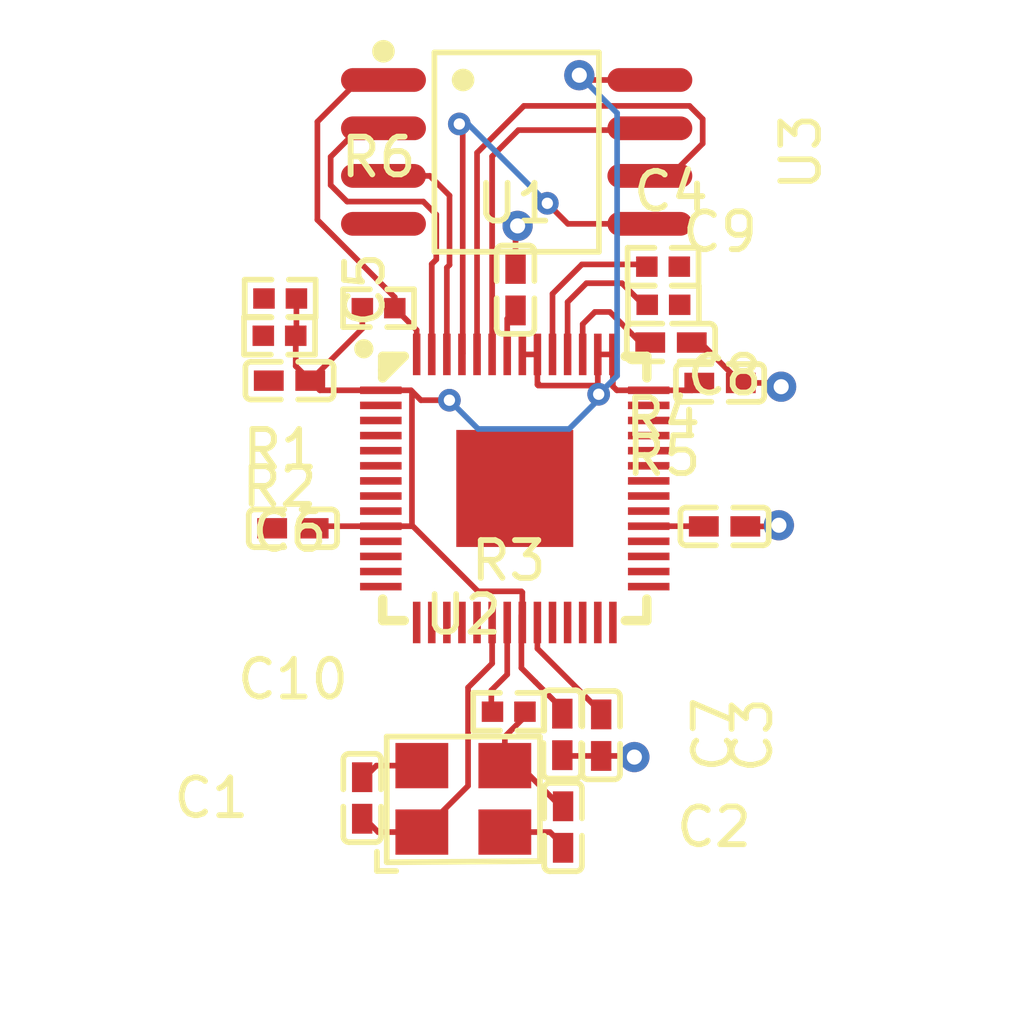
<source format=kicad_pcb>
(kicad_pcb (version 20241229) (generator "pcbnew") (generator_version "9.0")
  (layers (0 "F.Cu" signal) (2 "B.Cu" signal) (13 "F.Paste" user) (15 "B.Paste" user) (5 "F.SilkS" user "F.Silkscreen") (7 "B.SilkS" user "B.Silkscreen") (1 "F.Mask" user) (3 "B.Mask" user) (25 "Edge.Cuts" user))
  (net 0 "")
  (net 1 "boot_btn-input")
  (net 2 "do")
  (net 3 "io2")
  (net 4 "io3")
  (net 5 "gpio10")
  (net 6 "di")
  (net 7 "output")
  (net 8 "reset_btn-input")
  (net 9 "spi_cs")
  (net 10 "gpio4")
  (net 11 "out")
  (net 12 "input")
  (net 13 "gpio0")
  (net 14 "gpio1")
  (net 15 "gpio2")
  (net 16 "gpio3")
  (net 17 "gpio5")
  (net 18 "gpio20")
  (net 19 "gpio6")
  (net 20 "spi1_cs")
  (net 21 "gpio8")
  (net 22 "gpio21")
  (net 23 "sclk")
  (net 24 "gpio11")
  (net 25 "gpio12")
  (net 26 "gpio13")
  (net 27 "gpio14")
  (net 28 "gpio15")
  (net 29 "swclk")
  (net 30 "swdio")
  (net 31 "gpio16")
  (net 32 "gpio17")
  (net 33 "gpio18")
  (net 34 "gpio19")
  (net 35 "gpio22")
  (net 36 "gpio23")
  (net 37 "gpio24")
  (net 38 "gpio25")
  (net 39 "gpio26_a0")
  (net 40 "gpio27_a1")
  (net 41 "gpio28_a2")
  (net 42 "gpio29_a3")
  (net 43 "run")
  (net 44 "hv")
  (net 45 "dvdd")
  (net 46 "line-1")
  (net 47 "usb_dm")
  (net 48 "gnd")
  (net 49 "line")
  (net 50 "usb_dp")
  (net 51 "cs")
  (footprint "atopile:C0402-b3ef17" (layer "F.Cu") (at 152.420099 84.643259 -90)
    (property "Reference" "C2" (at 0 -4 0) (layer "F.SilkS"))
    (property "Value" "20pF ±5% 50V C0G")
    (fp_line (start -0.23 0.5) (end -1.02 0.5) (stroke (width 0.15)) (layer "F.SilkS"))
    (fp_line (start 0.23 0.5) (end 1.02 0.5) (stroke (width 0.15)) (layer "F.SilkS"))
    (fp_line (start -1.17 0.35) (end -1.17 -0.35) (stroke (width 0.15)) (layer "F.SilkS"))
    (fp_line (start 1.17 0.35) (end 1.17 -0.35) (stroke (width 0.15)) (layer "F.SilkS"))
    (fp_line (start -1.02 -0.5) (end -0.23 -0.5) (stroke (width 0.15)) (layer "F.SilkS"))
    (fp_line (start 1.02 -0.5) (end 0.23 -0.5) (stroke (width 0.15)) (layer "F.SilkS"))
    (fp_arc (start -1.02 0.5) (mid -1.126066 0.456066) (end -1.17 0.35) (stroke (width 0.15)) (layer "F.SilkS"))
    (fp_arc (start 1.17 0.35) (mid 1.126066 0.456066) (end 1.02 0.5) (stroke (width 0.15)) (layer "F.SilkS"))
    (fp_arc (start -1.17 -0.35) (mid -1.126066 -0.456066) (end -1.02 -0.5) (stroke (width 0.15)) (layer "F.SilkS"))
    (fp_arc (start 1.02 -0.5) (mid 1.126066 -0.456066) (end 1.17 -0.35) (stroke (width 0.15)) (layer "F.SilkS"))
    (fp_text user "${REFERENCE}" (at 0 -4 0) (layer "F.SilkS"))
    (pad "1" smd rect (at -0.55 0 270) (size 0.79 0.54) (layers "F.Cu" "F.Mask" "F.Paste") (net 11 "out"))
    (pad "2" smd rect (at 0.55 0 270) (size 0.79 0.54) (layers "F.Cu" "F.Mask" "F.Paste") (net 48 "gnd"))
  )
  (footprint "atopile:C0402-b3ef17" (layer "F.Cu") (at 147.095978 83.87333 90)
    (property "Reference" "C1" (at 0 -4 0) (layer "F.SilkS"))
    (property "Value" "20pF ±5% 50V C0G")
    (fp_line (start 1.02 -0.5) (end 0.23 -0.5) (stroke (width 0.15)) (layer "F.SilkS"))
    (fp_line (start -1.02 -0.5) (end -0.23 -0.5) (stroke (width 0.15)) (layer "F.SilkS"))
    (fp_line (start 1.17 0.35) (end 1.17 -0.35) (stroke (width 0.15)) (layer "F.SilkS"))
    (fp_line (start -1.17 0.35) (end -1.17 -0.35) (stroke (width 0.15)) (layer "F.SilkS"))
    (fp_line (start 0.23 0.5) (end 1.02 0.5) (stroke (width 0.15)) (layer "F.SilkS"))
    (fp_line (start -0.23 0.5) (end -1.02 0.5) (stroke (width 0.15)) (layer "F.SilkS"))
    (fp_arc (start 1.02 -0.5) (mid 1.126066 -0.456066) (end 1.17 -0.35) (stroke (width 0.15)) (layer "F.SilkS"))
    (fp_arc (start -1.17 -0.35) (mid -1.126066 -0.456066) (end -1.02 -0.5) (stroke (width 0.15)) (layer "F.SilkS"))
    (fp_arc (start 1.17 0.35) (mid 1.126066 0.456066) (end 1.02 0.5) (stroke (width 0.15)) (layer "F.SilkS"))
    (fp_arc (start -1.02 0.5) (mid -1.126066 0.456066) (end -1.17 0.35) (stroke (width 0.15)) (layer "F.SilkS"))
    (fp_text user "${REFERENCE}" (at 0 -4 0) (layer "F.SilkS"))
    (pad "1" smd rect (at -0.55 0 90) (size 0.79 0.54) (layers "F.Cu" "F.Mask" "F.Paste") (net 12 "input"))
    (pad "2" smd rect (at 0.55 0 90) (size 0.79 0.54) (layers "F.Cu" "F.Mask" "F.Paste") (net 48 "gnd"))
  )
  (footprint "atopile:C0402-b3ef17" (layer "F.Cu") (at 156.7 76.68)
    (property "Reference" "C8" (at 0 -4 0) (layer "F.SilkS"))
    (property "Value" "1µF ±10% 25V X5R")
    (fp_line (start -1.17 0.35) (end -1.17 -0.35) (stroke (width 0.15)) (layer "F.SilkS"))
    (fp_line (start -1.02 -0.5) (end -0.23 -0.5) (stroke (width 0.15)) (layer "F.SilkS"))
    (fp_line (start -0.23 0.5) (end -1.02 0.5) (stroke (width 0.15)) (layer "F.SilkS"))
    (fp_line (start 0.23 0.5) (end 1.02 0.5) (stroke (width 0.15)) (layer "F.SilkS"))
    (fp_line (start 1.02 -0.5) (end 0.23 -0.5) (stroke (width 0.15)) (layer "F.SilkS"))
    (fp_line (start 1.17 0.35) (end 1.17 -0.35) (stroke (width 0.15)) (layer "F.SilkS"))
    (fp_arc (start -1.17 -0.35) (mid -1.126066 -0.456066) (end -1.02 -0.5) (stroke (width 0.15)) (layer "F.SilkS"))
    (fp_arc (start -1.02 0.5) (mid -1.126066 0.456066) (end -1.17 0.35) (stroke (width 0.15)) (layer "F.SilkS"))
    (fp_arc (start 1.02 -0.5) (mid 1.126066 -0.456066) (end 1.17 -0.35) (stroke (width 0.15)) (layer "F.SilkS"))
    (fp_arc (start 1.17 0.35) (mid 1.126066 0.456066) (end 1.02 0.5) (stroke (width 0.15)) (layer "F.SilkS"))
    (fp_text user "${REFERENCE}" (at 0 -4 0) (layer "F.SilkS"))
    (pad "1" smd rect (at -0.55 0) (size 0.79 0.54) (layers "F.Cu" "F.Mask" "F.Paste") (net 44 "hv"))
    (pad "2" smd rect (at 0.55 0) (size 0.79 0.54) (layers "F.Cu" "F.Mask" "F.Paste") (net 48 "gnd"))
  )
  (footprint "atopile:C0402-b3ef17" (layer "F.Cu") (at 156.58 72.88)
    (property "Reference" "C9" (at 0 -4 0) (layer "F.SilkS"))
    (property "Value" "1µF ±10% 25V X5R")
    (fp_line (start -1.17 0.35) (end -1.17 -0.35) (stroke (width 0.15)) (layer "F.SilkS"))
    (fp_line (start -1.02 -0.5) (end -0.23 -0.5) (stroke (width 0.15)) (layer "F.SilkS"))
    (fp_line (start -0.23 0.5) (end -1.02 0.5) (stroke (width 0.15)) (layer "F.SilkS"))
    (fp_line (start 0.23 0.5) (end 1.02 0.5) (stroke (width 0.15)) (layer "F.SilkS"))
    (fp_line (start 1.02 -0.5) (end 0.23 -0.5) (stroke (width 0.15)) (layer "F.SilkS"))
    (fp_line (start 1.17 0.35) (end 1.17 -0.35) (stroke (width 0.15)) (layer "F.SilkS"))
    (fp_arc (start -1.17 -0.35) (mid -1.126066 -0.456066) (end -1.02 -0.5) (stroke (width 0.15)) (layer "F.SilkS"))
    (fp_arc (start -1.02 0.5) (mid -1.126066 0.456066) (end -1.17 0.35) (stroke (width 0.15)) (layer "F.SilkS"))
    (fp_arc (start 1.02 -0.5) (mid 1.126066 -0.456066) (end 1.17 -0.35) (stroke (width 0.15)) (layer "F.SilkS"))
    (fp_arc (start 1.17 0.35) (mid 1.126066 0.456066) (end 1.02 0.5) (stroke (width 0.15)) (layer "F.SilkS"))
    (fp_text user "${REFERENCE}" (at 0 -4 0) (layer "F.SilkS"))
    (pad "1" smd rect (at -0.55 0) (size 0.79 0.54) (layers "F.Cu" "F.Mask" "F.Paste") (net 44 "hv"))
    (pad "2" smd rect (at 0.55 0) (size 0.79 0.54) (layers "F.Cu" "F.Mask" "F.Paste") (net 48 "gnd"))
  )
  (footprint "atopile:C0402-b3ef17" (layer "F.Cu") (at 151.16 70.41 90)
    (property "Reference" "C5" (at 0 -4 90) (layer "F.SilkS"))
    (property "Value" "1µF ±10% 25V X5R")
    (fp_line (start 1.02 -0.5) (end 0.23 -0.5) (stroke (width 0.15)) (layer "F.SilkS"))
    (fp_line (start -1.02 -0.5) (end -0.23 -0.5) (stroke (width 0.15)) (layer "F.SilkS"))
    (fp_line (start 1.17 0.35) (end 1.17 -0.35) (stroke (width 0.15)) (layer "F.SilkS"))
    (fp_line (start -1.17 0.35) (end -1.17 -0.35) (stroke (width 0.15)) (layer "F.SilkS"))
    (fp_line (start 0.23 0.5) (end 1.02 0.5) (stroke (width 0.15)) (layer "F.SilkS"))
    (fp_line (start -0.23 0.5) (end -1.02 0.5) (stroke (width 0.15)) (layer "F.SilkS"))
    (fp_arc (start 1.02 -0.5) (mid 1.126066 -0.456066) (end 1.17 -0.35) (stroke (width 0.15)) (layer "F.SilkS"))
    (fp_arc (start -1.17 -0.35) (mid -1.126066 -0.456066) (end -1.02 -0.5) (stroke (width 0.15)) (layer "F.SilkS"))
    (fp_arc (start 1.17 0.35) (mid 1.126066 0.456066) (end 1.02 0.5) (stroke (width 0.15)) (layer "F.SilkS"))
    (fp_arc (start -1.02 0.5) (mid -1.126066 0.456066) (end -1.17 0.35) (stroke (width 0.15)) (layer "F.SilkS"))
    (fp_text user "${REFERENCE}" (at 0 -4 90) (layer "F.SilkS"))
    (pad "1" smd rect (at -0.55 0 90) (size 0.79 0.54) (layers "F.Cu" "F.Mask" "F.Paste") (net 45 "dvdd"))
    (pad "2" smd rect (at 0.55 0 90) (size 0.79 0.54) (layers "F.Cu" "F.Mask" "F.Paste") (net 48 "gnd"))
  )
  (footprint "atopile:R0402-56259e" (layer "F.Cu") (at 144.922969 70.644128 180)
    (property "Reference" "R1" (at 0 -4 0) (layer "F.SilkS"))
    (property "Value" "10kΩ ±1% 62.5mW")
    (fp_line (start 0.94 0.5) (end 0.94 -0.5) (stroke (width 0.15)) (layer "F.SilkS"))
    (fp_line (start 0.94 -0.5) (end 0.23 -0.5) (stroke (width 0.15)) (layer "F.SilkS"))
    (fp_line (start 0.23 0.5) (end 0.94 0.5) (stroke (width 0.15)) (layer "F.SilkS"))
    (fp_line (start -0.23 0.5) (end -0.94 0.5) (stroke (width 0.15)) (layer "F.SilkS"))
    (fp_line (start -0.94 0.5) (end -0.94 -0.5) (stroke (width 0.15)) (layer "F.SilkS"))
    (fp_line (start -0.94 -0.5) (end -0.23 -0.5) (stroke (width 0.15)) (layer "F.SilkS"))
    (fp_text user "${REFERENCE}" (at 0 -4 0) (layer "F.SilkS"))
    (pad "1" smd rect (at -0.43 0 180) (size 0.57 0.54) (layers "F.Cu" "F.Mask" "F.Paste") (net 44 "hv"))
    (pad "2" smd rect (at 0.43 0 180) (size 0.57 0.54) (layers "F.Cu" "F.Mask" "F.Paste") (net 8 "reset_btn-input"))
  )
  (footprint "atopile:C0402-b3ef17" (layer "F.Cu") (at 152.4 82.19 -90)
    (property "Reference" "C7" (at 0 -4 90) (layer "F.SilkS"))
    (property "Value" "1µF ±10% 25V X5R")
    (fp_line (start -0.23 0.5) (end -1.02 0.5) (stroke (width 0.15)) (layer "F.SilkS"))
    (fp_line (start 0.23 0.5) (end 1.02 0.5) (stroke (width 0.15)) (layer "F.SilkS"))
    (fp_line (start -1.17 0.35) (end -1.17 -0.35) (stroke (width 0.15)) (layer "F.SilkS"))
    (fp_line (start 1.17 0.35) (end 1.17 -0.35) (stroke (width 0.15)) (layer "F.SilkS"))
    (fp_line (start -1.02 -0.5) (end -0.23 -0.5) (stroke (width 0.15)) (layer "F.SilkS"))
    (fp_line (start 1.02 -0.5) (end 0.23 -0.5) (stroke (width 0.15)) (layer "F.SilkS"))
    (fp_arc (start -1.02 0.5) (mid -1.126066 0.456066) (end -1.17 0.35) (stroke (width 0.15)) (layer "F.SilkS"))
    (fp_arc (start 1.17 0.35) (mid 1.126066 0.456066) (end 1.02 0.5) (stroke (width 0.15)) (layer "F.SilkS"))
    (fp_arc (start -1.17 -0.35) (mid -1.126066 -0.456066) (end -1.02 -0.5) (stroke (width 0.15)) (layer "F.SilkS"))
    (fp_arc (start 1.02 -0.5) (mid 1.126066 -0.456066) (end 1.17 -0.35) (stroke (width 0.15)) (layer "F.SilkS"))
    (fp_text user "${REFERENCE}" (at 0 -4 90) (layer "F.SilkS"))
    (pad "1" smd rect (at -0.55 0 270) (size 0.79 0.54) (layers "F.Cu" "F.Mask" "F.Paste") (net 44 "hv"))
    (pad "2" smd rect (at 0.55 0 270) (size 0.79 0.54) (layers "F.Cu" "F.Mask" "F.Paste") (net 48 "gnd"))
  )
  (footprint "atopile:C0402-b3ef17" (layer "F.Cu") (at 145.26 76.73 180)
    (property "Reference" "C10" (at 0 -4 0) (layer "F.SilkS"))
    (property "Value" "1µF ±10% 25V X5R")
    (fp_line (start 1.17 0.35) (end 1.17 -0.35) (stroke (width 0.15)) (layer "F.SilkS"))
    (fp_line (start 1.02 -0.5) (end 0.23 -0.5) (stroke (width 0.15)) (layer "F.SilkS"))
    (fp_line (start 0.23 0.5) (end 1.02 0.5) (stroke (width 0.15)) (layer "F.SilkS"))
    (fp_line (start -0.23 0.5) (end -1.02 0.5) (stroke (width 0.15)) (layer "F.SilkS"))
    (fp_line (start -1.02 -0.5) (end -0.23 -0.5) (stroke (width 0.15)) (layer "F.SilkS"))
    (fp_line (start -1.17 0.35) (end -1.17 -0.35) (stroke (width 0.15)) (layer "F.SilkS"))
    (fp_arc (start 1.17 0.35) (mid 1.126066 0.456066) (end 1.02 0.5) (stroke (width 0.15)) (layer "F.SilkS"))
    (fp_arc (start 1.02 -0.5) (mid 1.126066 -0.456066) (end 1.17 -0.35) (stroke (width 0.15)) (layer "F.SilkS"))
    (fp_arc (start -1.02 0.5) (mid -1.126066 0.456066) (end -1.17 0.35) (stroke (width 0.15)) (layer "F.SilkS"))
    (fp_arc (start -1.17 -0.35) (mid -1.126066 -0.456066) (end -1.02 -0.5) (stroke (width 0.15)) (layer "F.SilkS"))
    (fp_text user "${REFERENCE}" (at 0 -4 0) (layer "F.SilkS"))
    (pad "1" smd rect (at -0.55 0 180) (size 0.79 0.54) (layers "F.Cu" "F.Mask" "F.Paste") (net 44 "hv"))
    (pad "2" smd rect (at 0.55 0 180) (size 0.79 0.54) (layers "F.Cu" "F.Mask" "F.Paste") (net 48 "gnd"))
  )
  (footprint "atopile:R0402-56259e" (layer "F.Cu") (at 150.979061 81.588372)
    (property "Reference" "R3" (at 0 -4 0) (layer "F.SilkS"))
    (property "Value" "1kΩ ±1% 62.5mW")
    (fp_line (start -0.94 -0.5) (end -0.23 -0.5) (stroke (width 0.15)) (layer "F.SilkS"))
    (fp_line (start -0.94 0.5) (end -0.94 -0.5) (stroke (width 0.15)) (layer "F.SilkS"))
    (fp_line (start -0.23 0.5) (end -0.94 0.5) (stroke (width 0.15)) (layer "F.SilkS"))
    (fp_line (start 0.23 0.5) (end 0.94 0.5) (stroke (width 0.15)) (layer "F.SilkS"))
    (fp_line (start 0.94 -0.5) (end 0.23 -0.5) (stroke (width 0.15)) (layer "F.SilkS"))
    (fp_line (start 0.94 0.5) (end 0.94 -0.5) (stroke (width 0.15)) (layer "F.SilkS"))
    (fp_text user "${REFERENCE}" (at 0 -4 0) (layer "F.SilkS"))
    (pad "1" smd rect (at -0.43 0) (size 0.57 0.54) (layers "F.Cu" "F.Mask" "F.Paste") (net 7 "output"))
    (pad "2" smd rect (at 0.43 0) (size 0.57 0.54) (layers "F.Cu" "F.Mask" "F.Paste") (net 11 "out"))
  )
  (footprint "atopile:C0402-b3ef17" (layer "F.Cu") (at 155.28 71.81)
    (property "Reference" "C4" (at 0 -4 0) (layer "F.SilkS"))
    (property "Value" "1µF ±10% 25V X5R")
    (fp_line (start -1.17 0.35) (end -1.17 -0.35) (stroke (width 0.15)) (layer "F.SilkS"))
    (fp_line (start -1.02 -0.5) (end -0.23 -0.5) (stroke (width 0.15)) (layer "F.SilkS"))
    (fp_line (start -0.23 0.5) (end -1.02 0.5) (stroke (width 0.15)) (layer "F.SilkS"))
    (fp_line (start 0.23 0.5) (end 1.02 0.5) (stroke (width 0.15)) (layer "F.SilkS"))
    (fp_line (start 1.02 -0.5) (end 0.23 -0.5) (stroke (width 0.15)) (layer "F.SilkS"))
    (fp_line (start 1.17 0.35) (end 1.17 -0.35) (stroke (width 0.15)) (layer "F.SilkS"))
    (fp_arc (start -1.17 -0.35) (mid -1.126066 -0.456066) (end -1.02 -0.5) (stroke (width 0.15)) (layer "F.SilkS"))
    (fp_arc (start -1.02 0.5) (mid -1.126066 0.456066) (end -1.17 0.35) (stroke (width 0.15)) (layer "F.SilkS"))
    (fp_arc (start 1.02 -0.5) (mid 1.126066 -0.456066) (end 1.17 -0.35) (stroke (width 0.15)) (layer "F.SilkS"))
    (fp_arc (start 1.17 0.35) (mid 1.126066 0.456066) (end 1.02 0.5) (stroke (width 0.15)) (layer "F.SilkS"))
    (fp_text user "${REFERENCE}" (at 0 -4 0) (layer "F.SilkS"))
    (pad "1" smd rect (at -0.55 0) (size 0.79 0.54) (layers "F.Cu" "F.Mask" "F.Paste") (net 45 "dvdd"))
    (pad "2" smd rect (at 0.55 0) (size 0.79 0.54) (layers "F.Cu" "F.Mask" "F.Paste") (net 48 "gnd"))
  )
  (footprint "atopile:R0402-56259e" (layer "F.Cu") (at 155.08 70.81 180)
    (property "Reference" "R5" (at 0 -4 0) (layer "F.SilkS"))
    (property "Value" "27Ω ±1% 62.5mW")
    (fp_line (start 0.94 0.5) (end 0.94 -0.5) (stroke (width 0.15)) (layer "F.SilkS"))
    (fp_line (start 0.94 -0.5) (end 0.23 -0.5) (stroke (width 0.15)) (layer "F.SilkS"))
    (fp_line (start 0.23 0.5) (end 0.94 0.5) (stroke (width 0.15)) (layer "F.SilkS"))
    (fp_line (start -0.23 0.5) (end -0.94 0.5) (stroke (width 0.15)) (layer "F.SilkS"))
    (fp_line (start -0.94 0.5) (end -0.94 -0.5) (stroke (width 0.15)) (layer "F.SilkS"))
    (fp_line (start -0.94 -0.5) (end -0.23 -0.5) (stroke (width 0.15)) (layer "F.SilkS"))
    (fp_text user "${REFERENCE}" (at 0 -4 0) (layer "F.SilkS"))
    (pad "1" smd rect (at -0.43 0 180) (size 0.57 0.54) (layers "F.Cu" "F.Mask" "F.Paste") (net 46 "line-1"))
    (pad "2" smd rect (at 0.43 0 180) (size 0.57 0.54) (layers "F.Cu" "F.Mask" "F.Paste") (net 47 "usb_dm"))
  )
  (footprint "atopile:C0402-b3ef17" (layer "F.Cu") (at 145.17 72.82 180)
    (property "Reference" "C6" (at 0 -4 0) (layer "F.SilkS"))
    (property "Value" "1µF ±10% 25V X5R")
    (fp_line (start 1.17 0.35) (end 1.17 -0.35) (stroke (width 0.15)) (layer "F.SilkS"))
    (fp_line (start 1.02 -0.5) (end 0.23 -0.5) (stroke (width 0.15)) (layer "F.SilkS"))
    (fp_line (start 0.23 0.5) (end 1.02 0.5) (stroke (width 0.15)) (layer "F.SilkS"))
    (fp_line (start -0.23 0.5) (end -1.02 0.5) (stroke (width 0.15)) (layer "F.SilkS"))
    (fp_line (start -1.02 -0.5) (end -0.23 -0.5) (stroke (width 0.15)) (layer "F.SilkS"))
    (fp_line (start -1.17 0.35) (end -1.17 -0.35) (stroke (width 0.15)) (layer "F.SilkS"))
    (fp_arc (start 1.17 0.35) (mid 1.126066 0.456066) (end 1.02 0.5) (stroke (width 0.15)) (layer "F.SilkS"))
    (fp_arc (start 1.02 -0.5) (mid 1.126066 -0.456066) (end 1.17 -0.35) (stroke (width 0.15)) (layer "F.SilkS"))
    (fp_arc (start -1.02 0.5) (mid -1.126066 0.456066) (end -1.17 0.35) (stroke (width 0.15)) (layer "F.SilkS"))
    (fp_arc (start -1.17 -0.35) (mid -1.126066 -0.456066) (end -1.02 -0.5) (stroke (width 0.15)) (layer "F.SilkS"))
    (fp_text user "${REFERENCE}" (at 0 -4 0) (layer "F.SilkS"))
    (pad "1" smd rect (at -0.55 0 180) (size 0.79 0.54) (layers "F.Cu" "F.Mask" "F.Paste") (net 44 "hv"))
    (pad "2" smd rect (at 0.55 0 180) (size 0.79 0.54) (layers "F.Cu" "F.Mask" "F.Paste") (net 48 "gnd"))
  )
  (footprint "atopile:R0402-56259e" (layer "F.Cu") (at 147.53 70.9)
    (property "Reference" "R6" (at 0 -4 0) (layer "F.SilkS"))
    (property "Value" "10kΩ ±1% 62.5mW")
    (fp_line (start -0.94 -0.5) (end -0.23 -0.5) (stroke (width 0.15)) (layer "F.SilkS"))
    (fp_line (start -0.94 0.5) (end -0.94 -0.5) (stroke (width 0.15)) (layer "F.SilkS"))
    (fp_line (start -0.23 0.5) (end -0.94 0.5) (stroke (width 0.15)) (layer "F.SilkS"))
    (fp_line (start 0.23 0.5) (end 0.94 0.5) (stroke (width 0.15)) (layer "F.SilkS"))
    (fp_line (start 0.94 -0.5) (end 0.23 -0.5) (stroke (width 0.15)) (layer "F.SilkS"))
    (fp_line (start 0.94 0.5) (end 0.94 -0.5) (stroke (width 0.15)) (layer "F.SilkS"))
    (fp_text user "${REFERENCE}" (at 0 -4 0) (layer "F.SilkS"))
    (pad "1" smd rect (at -0.43 0) (size 0.57 0.54) (layers "F.Cu" "F.Mask" "F.Paste") (net 44 "hv"))
    (pad "2" smd rect (at 0.43 0) (size 0.57 0.54) (layers "F.Cu" "F.Mask" "F.Paste") (net 51 "cs"))
  )
  (footprint "lib:OSC-SMD_4P-L3.2-W2.5-BL" (layer "F.Cu") (at 149.777034 83.896559)
    (property "Reference" "U2" (at 0 -4.88 0) (layer "F.SilkS"))
    (property "Value" "")
    (fp_line (start -2.29 1.4) (end -2.29 1.91) (stroke (width 0.15)) (layer "F.SilkS"))
    (fp_line (start -2.29 1.91) (end -1.78 1.91) (stroke (width 0.15)) (layer "F.SilkS"))
    (fp_line (start -2.03 -1.65) (end 2.03 -1.65) (stroke (width 0.15)) (layer "F.SilkS"))
    (fp_line (start -2.03 1.68) (end -2.03 -1.65) (stroke (width 0.15)) (layer "F.SilkS"))
    (fp_line (start 2.03 -1.65) (end 2.03 0) (stroke (width 0.15)) (layer "F.SilkS"))
    (fp_line (start 2.03 0) (end 2.03 1.65) (stroke (width 0.15)) (layer "F.SilkS"))
    (fp_line (start 2.03 1.65) (end -2.03 1.68) (stroke (width 0.15)) (layer "F.SilkS"))
    (fp_line (start 2.03 1.65) (end 2.03 1.65) (stroke (width 0.15)) (layer "F.SilkS"))
    (pad "1" smd rect (at -1.1 0.88) (size 1.4 1.2) (layers "F.Cu" "F.Mask" "F.Paste") (net 12 "input"))
    (pad "2" smd rect (at 1.1 0.88) (size 1.4 1.2) (layers "F.Cu" "F.Mask" "F.Paste") (net 48 "gnd"))
    (pad "3" smd rect (at 1.1 -0.88) (size 1.4 1.2) (layers "F.Cu" "F.Mask" "F.Paste") (net 11 "out"))
    (pad "4" smd rect (at -1.1 -0.88) (size 1.4 1.2) (layers "F.Cu" "F.Mask" "F.Paste") (net 48 "gnd"))
  )
  (footprint "atopile:R0402-56259e" (layer "F.Cu") (at 155.07 69.8 180)
    (property "Reference" "R4" (at 0 -4 0) (layer "F.SilkS"))
    (property "Value" "27Ω ±1% 62.5mW")
    (fp_line (start 0.94 0.5) (end 0.94 -0.5) (stroke (width 0.15)) (layer "F.SilkS"))
    (fp_line (start 0.94 -0.5) (end 0.23 -0.5) (stroke (width 0.15)) (layer "F.SilkS"))
    (fp_line (start 0.23 0.5) (end 0.94 0.5) (stroke (width 0.15)) (layer "F.SilkS"))
    (fp_line (start -0.23 0.5) (end -0.94 0.5) (stroke (width 0.15)) (layer "F.SilkS"))
    (fp_line (start -0.94 0.5) (end -0.94 -0.5) (stroke (width 0.15)) (layer "F.SilkS"))
    (fp_line (start -0.94 -0.5) (end -0.23 -0.5) (stroke (width 0.15)) (layer "F.SilkS"))
    (fp_text user "${REFERENCE}" (at 0 -4 0) (layer "F.SilkS"))
    (pad "1" smd rect (at -0.43 0 180) (size 0.57 0.54) (layers "F.Cu" "F.Mask" "F.Paste") (net 49 "line"))
    (pad "2" smd rect (at 0.43 0 180) (size 0.57 0.54) (layers "F.Cu" "F.Mask" "F.Paste") (net 50 "usb_dp"))
  )
  (footprint "lib:LQFN-56_L7.0-W7.0-P0.4-EP" (layer "F.Cu") (at 151.14 75.675)
    (property "Reference" "U1" (at 0 -7.55 0) (layer "F.SilkS"))
    (property "Value" "")
    (fp_line (start -3.5 -3.5) (end -2.93 -3.5) (stroke (width 0.25)) (layer "F.SilkS"))
    (fp_line (start -3.5 -2.93) (end -3.5 -3.5) (stroke (width 0.25)) (layer "F.SilkS"))
    (fp_line (start -3.5 -2.93) (end -2.93 -3.5) (stroke (width 0.25)) (layer "F.SilkS"))
    (fp_line (start -3.5 3.5) (end -3.5 2.93) (stroke (width 0.25)) (layer "F.SilkS"))
    (fp_line (start -3.4 3.5) (end -3.5 3.5) (stroke (width 0.25)) (layer "F.SilkS"))
    (fp_line (start -3.24 -3.5) (end -3.24 -3.4) (stroke (width 0.25)) (layer "F.SilkS"))
    (fp_line (start -3.24 -3.4) (end -3.5 -3.14) (stroke (width 0.25)) (layer "F.SilkS"))
    (fp_line (start -2.93 3.5) (end -3.4 3.5) (stroke (width 0.25)) (layer "F.SilkS"))
    (fp_line (start 2.93 -3.5) (end 3.5 -3.5) (stroke (width 0.25)) (layer "F.SilkS"))
    (fp_line (start 3.5 -3.5) (end 3.5 -2.93) (stroke (width 0.25)) (layer "F.SilkS"))
    (fp_line (start 3.5 2.93) (end 3.5 3.5) (stroke (width 0.25)) (layer "F.SilkS"))
    (fp_line (start 3.5 3.5) (end 2.93 3.5) (stroke (width 0.25)) (layer "F.SilkS"))
    (fp_circle (center -4 -3.7) (end -3.87 -3.7) (stroke (width 0.25)) (fill no) (layer "F.SilkS"))
    (pad "1" smd rect (at -3.55 -2.6) (size 1.1 0.2) (layers "F.Cu" "F.Mask" "F.Paste") (net 44 "hv"))
    (pad "2" smd rect (at -3.55 -2.2) (size 1.1 0.2) (layers "F.Cu" "F.Mask" "F.Paste") (net 13 "gpio0"))
    (pad "3" smd rect (at -3.55 -1.8) (size 1.1 0.2) (layers "F.Cu" "F.Mask" "F.Paste") (net 14 "gpio1"))
    (pad "4" smd rect (at -3.55 -1.4) (size 1.1 0.2) (layers "F.Cu" "F.Mask" "F.Paste") (net 15 "gpio2"))
    (pad "5" smd rect (at -3.55 -1) (size 1.1 0.2) (layers "F.Cu" "F.Mask" "F.Paste") (net 16 "gpio3"))
    (pad "6" smd rect (at -3.55 -0.6) (size 1.1 0.2) (layers "F.Cu" "F.Mask" "F.Paste") (net 10 "gpio4"))
    (pad "7" smd rect (at -3.55 -0.2) (size 1.1 0.2) (layers "F.Cu" "F.Mask" "F.Paste") (net 17 "gpio5"))
    (pad "8" smd rect (at -3.55 0.2) (size 1.1 0.2) (layers "F.Cu" "F.Mask" "F.Paste") (net 19 "gpio6"))
    (pad "9" smd rect (at -3.55 0.6) (size 1.1 0.2) (layers "F.Cu" "F.Mask" "F.Paste") (net 20 "spi1_cs"))
    (pad "10" smd rect (at -3.55 1) (size 1.1 0.2) (layers "F.Cu" "F.Mask" "F.Paste") (net 44 "hv"))
    (pad "11" smd rect (at -3.55 1.4) (size 1.1 0.2) (layers "F.Cu" "F.Mask" "F.Paste") (net 21 "gpio8"))
    (pad "12" smd rect (at -3.55 1.8) (size 1.1 0.2) (layers "F.Cu" "F.Mask" "F.Paste") (net 9 "spi_cs"))
    (pad "13" smd rect (at -3.55 2.2) (size 1.1 0.2) (layers "F.Cu" "F.Mask" "F.Paste") (net 5 "gpio10"))
    (pad "14" smd rect (at -3.55 2.6) (size 1.1 0.2) (layers "F.Cu" "F.Mask" "F.Paste") (net 24 "gpio11"))
    (pad "15" smd rect (at -2.6 3.55 90) (size 1.1 0.2) (layers "F.Cu" "F.Mask" "F.Paste") (net 25 "gpio12"))
    (pad "16" smd rect (at -2.2 3.55 90) (size 1.1 0.2) (layers "F.Cu" "F.Mask" "F.Paste") (net 26 "gpio13"))
    (pad "17" smd rect (at -1.8 3.55 90) (size 1.1 0.2) (layers "F.Cu" "F.Mask" "F.Paste") (net 27 "gpio14"))
    (pad "18" smd rect (at -1.4 3.55 90) (size 1.1 0.2) (layers "F.Cu" "F.Mask" "F.Paste") (net 28 "gpio15"))
    (pad "19" smd rect (at -1 3.55 90) (size 1.1 0.2) (layers "F.Cu" "F.Mask" "F.Paste") (net 48 "gnd"))
    (pad "20" smd rect (at -0.6 3.55 90) (size 1.1 0.2) (layers "F.Cu" "F.Mask" "F.Paste") (net 12 "input"))
    (pad "21" smd rect (at -0.2 3.55 90) (size 1.1 0.2) (layers "F.Cu" "F.Mask" "F.Paste") (net 7 "output"))
    (pad "22" smd rect (at 0.2 3.55 90) (size 1.1 0.2) (layers "F.Cu" "F.Mask" "F.Paste") (net 44 "hv"))
    (pad "23" smd rect (at 0.6 3.55 90) (size 1.1 0.2) (layers "F.Cu" "F.Mask" "F.Paste") (net 45 "dvdd"))
    (pad "24" smd rect (at 1 3.55 90) (size 1.1 0.2) (layers "F.Cu" "F.Mask" "F.Paste") (net 29 "swclk"))
    (pad "25" smd rect (at 1.4 3.55 90) (size 1.1 0.2) (layers "F.Cu" "F.Mask" "F.Paste") (net 30 "swdio"))
    (pad "26" smd rect (at 1.8 3.55 90) (size 1.1 0.2) (layers "F.Cu" "F.Mask" "F.Paste") (net 43 "run"))
    (pad "27" smd rect (at 2.2 3.55 90) (size 1.1 0.2) (layers "F.Cu" "F.Mask" "F.Paste") (net 31 "gpio16"))
    (pad "28" smd rect (at 2.6 3.55 90) (size 1.1 0.2) (layers "F.Cu" "F.Mask" "F.Paste") (net 32 "gpio17"))
    (pad "29" smd rect (at 3.55 2.6 180) (size 1.1 0.2) (layers "F.Cu" "F.Mask" "F.Paste") (net 33 "gpio18"))
    (pad "30" smd rect (at 3.55 2.2 180) (size 1.1 0.2) (layers "F.Cu" "F.Mask" "F.Paste") (net 34 "gpio19"))
    (pad "31" smd rect (at 3.55 1.8 180) (size 1.1 0.2) (layers "F.Cu" "F.Mask" "F.Paste") (net 18 "gpio20"))
    (pad "32" smd rect (at 3.55 1.4 180) (size 1.1 0.2) (layers "F.Cu" "F.Mask" "F.Paste") (net 22 "gpio21"))
    (pad "33" smd rect (at 3.55 1 180) (size 1.1 0.2) (layers "F.Cu" "F.Mask" "F.Paste") (net 44 "hv"))
    (pad "34" smd rect (at 3.55 0.6 180) (size 1.1 0.2) (layers "F.Cu" "F.Mask" "F.Paste") (net 35 "gpio22"))
    (pad "35" smd rect (at 3.55 0.2 180) (size 1.1 0.2) (layers "F.Cu" "F.Mask" "F.Paste") (net 36 "gpio23"))
    (pad "36" smd rect (at 3.55 -0.2 180) (size 1.1 0.2) (layers "F.Cu" "F.Mask" "F.Paste") (net 37 "gpio24"))
    (pad "37" smd rect (at 3.55 -0.6 180) (size 1.1 0.2) (layers "F.Cu" "F.Mask" "F.Paste") (net 38 "gpio25"))
    (pad "38" smd rect (at 3.55 -1 180) (size 1.1 0.2) (layers "F.Cu" "F.Mask" "F.Paste") (net 39 "gpio26_a0"))
    (pad "39" smd rect (at 3.55 -1.4 180) (size 1.1 0.2) (layers "F.Cu" "F.Mask" "F.Paste") (net 40 "gpio27_a1"))
    (pad "40" smd rect (at 3.55 -1.8 180) (size 1.1 0.2) (layers "F.Cu" "F.Mask" "F.Paste") (net 41 "gpio28_a2"))
    (pad "41" smd rect (at 3.55 -2.2 180) (size 1.1 0.2) (layers "F.Cu" "F.Mask" "F.Paste") (net 42 "gpio29_a3"))
    (pad "42" smd rect (at 3.55 -2.6 180) (size 1.1 0.2) (layers "F.Cu" "F.Mask" "F.Paste") (net 44 "hv"))
    (pad "43" smd rect (at 2.6 -3.55 270) (size 1.1 0.2) (layers "F.Cu" "F.Mask" "F.Paste") (net 44 "hv"))
    (pad "44" smd rect (at 2.2 -3.55 270) (size 1.1 0.2) (layers "F.Cu" "F.Mask" "F.Paste") (net 44 "hv"))
    (pad "45" smd rect (at 1.8 -3.55 270) (size 1.1 0.2) (layers "F.Cu" "F.Mask" "F.Paste") (net 45 "dvdd"))
    (pad "46" smd rect (at 1.4 -3.55 270) (size 1.1 0.2) (layers "F.Cu" "F.Mask" "F.Paste") (net 47 "usb_dm"))
    (pad "47" smd rect (at 1 -3.55 270) (size 1.1 0.2) (layers "F.Cu" "F.Mask" "F.Paste") (net 50 "usb_dp"))
    (pad "48" smd rect (at 0.6 -3.55 270) (size 1.1 0.2) (layers "F.Cu" "F.Mask" "F.Paste") (net 44 "hv"))
    (pad "49" smd rect (at 0.2 -3.55 270) (size 1.1 0.2) (layers "F.Cu" "F.Mask" "F.Paste") (net 44 "hv"))
    (pad "50" smd rect (at -0.2 -3.55 270) (size 1.1 0.2) (layers "F.Cu" "F.Mask" "F.Paste") (net 45 "dvdd"))
    (pad "51" smd rect (at -0.6 -3.55 270) (size 1.1 0.2) (layers "F.Cu" "F.Mask" "F.Paste") (net 4 "io3"))
    (pad "52" smd rect (at -1 -3.55 270) (size 1.1 0.2) (layers "F.Cu" "F.Mask" "F.Paste") (net 23 "sclk"))
    (pad "53" smd rect (at -1.4 -3.55 270) (size 1.1 0.2) (layers "F.Cu" "F.Mask" "F.Paste") (net 6 "di"))
    (pad "54" smd rect (at -1.8 -3.55 270) (size 1.1 0.2) (layers "F.Cu" "F.Mask" "F.Paste") (net 3 "io2"))
    (pad "55" smd rect (at -2.2 -3.55 270) (size 1.1 0.2) (layers "F.Cu" "F.Mask" "F.Paste") (net 2 "do"))
    (pad "56" smd rect (at -2.6 -3.55 270) (size 1.1 0.2) (layers "F.Cu" "F.Mask" "F.Paste") (net 51 "cs"))
    (pad "57" smd rect (at 0 0) (size 3.1 3.1) (layers "F.Cu" "F.Mask" "F.Paste") (net 48 "gnd"))
  )
  (footprint "atopile:C0402-b3ef17" (layer "F.Cu") (at 153.43 82.21 -90)
    (property "Reference" "C3" (at 0 -4 90) (layer "F.SilkS"))
    (property "Value" "1µF ±10% 25V X5R")
    (fp_line (start -0.23 0.5) (end -1.02 0.5) (stroke (width 0.15)) (layer "F.SilkS"))
    (fp_line (start 0.23 0.5) (end 1.02 0.5) (stroke (width 0.15)) (layer "F.SilkS"))
    (fp_line (start -1.17 0.35) (end -1.17 -0.35) (stroke (width 0.15)) (layer "F.SilkS"))
    (fp_line (start 1.17 0.35) (end 1.17 -0.35) (stroke (width 0.15)) (layer "F.SilkS"))
    (fp_line (start -1.02 -0.5) (end -0.23 -0.5) (stroke (width 0.15)) (layer "F.SilkS"))
    (fp_line (start 1.02 -0.5) (end 0.23 -0.5) (stroke (width 0.15)) (layer "F.SilkS"))
    (fp_arc (start -1.02 0.5) (mid -1.126066 0.456066) (end -1.17 0.35) (stroke (width 0.15)) (layer "F.SilkS"))
    (fp_arc (start 1.17 0.35) (mid 1.126066 0.456066) (end 1.02 0.5) (stroke (width 0.15)) (layer "F.SilkS"))
    (fp_arc (start -1.17 -0.35) (mid -1.126066 -0.456066) (end -1.02 -0.5) (stroke (width 0.15)) (layer "F.SilkS"))
    (fp_arc (start 1.02 -0.5) (mid 1.126066 -0.456066) (end 1.17 -0.35) (stroke (width 0.15)) (layer "F.SilkS"))
    (fp_text user "${REFERENCE}" (at 0 -4 90) (layer "F.SilkS"))
    (pad "1" smd rect (at -0.55 0 270) (size 0.79 0.54) (layers "F.Cu" "F.Mask" "F.Paste") (net 45 "dvdd"))
    (pad "2" smd rect (at 0.55 0 270) (size 0.79 0.54) (layers "F.Cu" "F.Mask" "F.Paste") (net 48 "gnd"))
  )
  (footprint "atopile:R0402-56259e" (layer "F.Cu") (at 144.905396 71.630789 180)
    (property "Reference" "R2" (at 0 -4 0) (layer "F.SilkS"))
    (property "Value" "10kΩ ±1% 62.5mW")
    (fp_line (start 0.94 0.5) (end 0.94 -0.5) (stroke (width 0.15)) (layer "F.SilkS"))
    (fp_line (start 0.94 -0.5) (end 0.23 -0.5) (stroke (width 0.15)) (layer "F.SilkS"))
    (fp_line (start 0.23 0.5) (end 0.94 0.5) (stroke (width 0.15)) (layer "F.SilkS"))
    (fp_line (start -0.23 0.5) (end -0.94 0.5) (stroke (width 0.15)) (layer "F.SilkS"))
    (fp_line (start -0.94 0.5) (end -0.94 -0.5) (stroke (width 0.15)) (layer "F.SilkS"))
    (fp_line (start -0.94 -0.5) (end -0.23 -0.5) (stroke (width 0.15)) (layer "F.SilkS"))
    (fp_text user "${REFERENCE}" (at 0 -4 0) (layer "F.SilkS"))
    (pad "1" smd rect (at -0.43 0 180) (size 0.57 0.54) (layers "F.Cu" "F.Mask" "F.Paste") (net 44 "hv"))
    (pad "2" smd rect (at 0.43 0 180) (size 0.57 0.54) (layers "F.Cu" "F.Mask" "F.Paste") (net 1 "boot_btn-input"))
  )
  (footprint "lib:SOIC-8_L5.3-W5.3-P1.27-LS8.0-BL" (layer "F.Cu") (at 151.190314 66.766072 -90)
    (property "Reference" "U3" (at 0 -7.53 90) (layer "F.SilkS"))
    (property "Value" "")
    (fp_line (start -2.64 2.18) (end -2.64 -2.18) (stroke (width 0.15)) (layer "F.SilkS"))
    (fp_line (start 2.64 2.18) (end -2.64 2.18) (stroke (width 0.15)) (layer "F.SilkS"))
    (fp_line (start -2.64 -2.18) (end 2.64 -2.18) (stroke (width 0.15)) (layer "F.SilkS"))
    (fp_line (start 2.64 -2.18) (end 2.64 2.18) (stroke (width 0.15)) (layer "F.SilkS"))
    (fp_circle (center -2.67 3.53) (end -2.52 3.53) (stroke (width 0.3)) (fill no) (layer "F.SilkS"))
    (fp_circle (center -1.91 1.42) (end -1.76 1.42) (stroke (width 0.3)) (fill no) (layer "F.SilkS"))
    (pad "1" smd oval (at -1.91 3.53 270) (size 0.63 2.25) (layers "F.Cu" "F.Mask" "F.Paste") (net 51 "cs"))
    (pad "2" smd oval (at -0.63 3.53 270) (size 0.63 2.25) (layers "F.Cu" "F.Mask" "F.Paste") (net 2 "do"))
    (pad "3" smd oval (at 0.63 3.53 270) (size 0.63 2.25) (layers "F.Cu" "F.Mask" "F.Paste") (net 3 "io2"))
    (pad "4" smd oval (at 1.9 3.53 270) (size 0.63 2.25) (layers "F.Cu" "F.Mask" "F.Paste") (net 48 "gnd"))
    (pad "5" smd oval (at 1.9 -3.53 270) (size 0.63 2.25) (layers "F.Cu" "F.Mask" "F.Paste") (net 6 "di"))
    (pad "6" smd oval (at 0.63 -3.53 270) (size 0.63 2.25) (layers "F.Cu" "F.Mask" "F.Paste") (net 23 "sclk"))
    (pad "7" smd oval (at -0.63 -3.53 270) (size 0.63 2.25) (layers "F.Cu" "F.Mask" "F.Paste") (net 4 "io3"))
    (pad "8" smd oval (at -1.91 -3.53 270) (size 0.63 2.25) (layers "F.Cu" "F.Mask" "F.Paste") (net 44 "hv"))
  )
  (segment (start 147.015314 66.136072) (end 146.260314 66.891072) (width 0.15) (layer "F.Cu") (net 2))
  (segment (start 148.7147 68.076072) (end 149.060314 68.421686) (width 0.15) (layer "F.Cu") (net 2))
  (segment (start 149.060314 68.421686) (end 149.060314 69.609498) (width 0.15) (layer "F.Cu") (net 2))
  (segment (start 147.660314 66.136072) (end 147.015314 66.136072) (width 0.15) (layer "F.Cu") (net 2))
  (segment (start 146.695928 68.076072) (end 148.7147 68.076072) (width 0.15) (layer "F.Cu") (net 2))
  (segment (start 149.060314 69.609498) (end 148.94 69.729812) (width 0.15) (layer "F.Cu") (net 2))
  (segment (start 148.94 69.729812) (end 148.94 72.125) (width 0.15) (layer "F.Cu") (net 2))
  (segment (start 146.260314 67.640458) (end 146.695928 68.076072) (width 0.15) (layer "F.Cu") (net 2))
  (segment (start 146.260314 66.891072) (end 146.260314 67.640458) (width 0.15) (layer "F.Cu") (net 2))
  (segment (start 149.410314 67.916866) (end 149.410314 69.754473) (width 0.15) (layer "F.Cu") (net 3))
  (segment (start 149.410314 69.754473) (end 149.34 69.824787) (width 0.15) (layer "F.Cu") (net 3))
  (segment (start 148.88952 67.396072) (end 149.410314 67.916866) (width 0.15) (layer "F.Cu") (net 3))
  (segment (start 147.660314 67.396072) (end 148.88952 67.396072) (width 0.15) (layer "F.Cu") (net 3))
  (segment (start 149.34 69.824787) (end 149.34 72.125) (width 0.15) (layer "F.Cu") (net 3))
  (segment (start 154.028044 66.183342) (end 151.235568 66.183342) (width 0.15) (layer "F.Cu") (net 4))
  (segment (start 150.54 66.87891) (end 150.54 72.125) (width 0.15) (layer "F.Cu") (net 4))
  (segment (start 151.235568 66.183342) (end 150.54 66.87891) (width 0.15) (layer "F.Cu") (net 4))
  (segment (start 154.075314 66.136072) (end 154.028044 66.183342) (width 0.15) (layer "F.Cu") (net 4))
  (segment (start 154.720314 66.136072) (end 154.075314 66.136072) (width 0.15) (layer "F.Cu") (net 4))
  (segment (start 154.720314 68.666072) (end 152.546654 68.666072) (width 0.15) (layer "F.Cu") (net 6))
  (segment (start 149.760314 66.111062) (end 149.670249 66.020997) (width 0.15) (layer "F.Cu") (net 6))
  (segment (start 149.760314 72.104686) (end 149.760314 66.111062) (width 0.15) (layer "F.Cu") (net 6))
  (segment (start 149.74 72.125) (end 149.760314 72.104686) (width 0.15) (layer "F.Cu") (net 6))
  (segment (start 152.546654 68.666072) (end 152.002828 68.122246) (width 0.15) (layer "F.Cu") (net 6))
  (via (at 149.670249 66.020997) (size 0.6) (drill 0.3) (layers "F.Cu" "B.Cu") (net 6))
  (via (at 152.002828 68.122246) (size 0.6) (drill 0.3) (layers "F.Cu" "B.Cu") (net 6))
  (segment (start 152.002828 68.122246) (end 149.901579 66.020997) (width 0.15) (layer "B.Cu") (net 6))
  (segment (start 149.901579 66.020997) (end 149.670249 66.020997) (width 0.15) (layer "B.Cu") (net 6))
  (segment (start 150.94 80.601462) (end 150.518955 81.022507) (width 0.15) (layer "F.Cu") (net 7))
  (segment (start 150.518955 81.022507) (end 150.518955 81.587004) (width 0.15) (layer "F.Cu") (net 7))
  (segment (start 150.94 79.225) (end 150.94 80.601462) (width 0.15) (layer "F.Cu") (net 7))
  (segment (start 152.420099 84.163259) (end 151.273399 83.016559) (width 0.15) (layer "F.Cu") (net 11))
  (segment (start 151.538955 81.587004) (end 150.877034 82.248925) (width 0.15) (layer "F.Cu") (net 11))
  (segment (start 150.877034 82.248925) (end 150.877034 83.016559) (width 0.15) (layer "F.Cu") (net 11))
  (segment (start 151.273399 83.016559) (end 150.877034 83.016559) (width 0.15) (layer "F.Cu") (net 11))
  (segment (start 147.095978 84.35333) (end 147.519207 84.776559) (width 0.15) (layer "F.Cu") (net 12))
  (segment (start 150.54 80.309944) (end 149.902034 80.94791) (width 0.15) (layer "F.Cu") (net 12))
  (segment (start 147.519207 84.776559) (end 148.677034 84.776559) (width 0.15) (layer "F.Cu") (net 12))
  (segment (start 149.902034 80.94791) (end 149.902034 83.551559) (width 0.15) (layer "F.Cu") (net 12))
  (segment (start 150.54 79.225) (end 150.54 80.309944) (width 0.15) (layer "F.Cu") (net 12))
  (segment (start 149.902034 83.551559) (end 148.677034 84.776559) (width 0.15) (layer "F.Cu") (net 12))
  (segment (start 150.14 66.783936) (end 150.14 72.125) (width 0.15) (layer "F.Cu") (net 23))
  (segment (start 151.381481 65.542455) (end 150.14 66.783936) (width 0.15) (layer "F.Cu") (net 23))
  (segment (start 155.771083 65.542455) (end 151.381481 65.542455) (width 0.15) (layer "F.Cu") (net 23))
  (segment (start 155.263928 67.396072) (end 156.120314 66.539686) (width 0.15) (layer "F.Cu") (net 23))
  (segment (start 154.720314 67.396072) (end 155.263928 67.396072) (width 0.15) (layer "F.Cu") (net 23))
  (segment (start 156.120314 65.891686) (end 155.771083 65.542455) (width 0.15) (layer "F.Cu") (net 23))
  (segment (start 156.120314 66.539686) (end 156.120314 65.891686) (width 0.15) (layer "F.Cu") (net 23))
  (segment (start 151.74 72.925) (end 151.765 72.9) (width 0.15) (layer "F.Cu") (net 44))
  (segment (start 153.315 72.95) (end 153.34 72.925) (width 0.15) (layer "F.Cu") (net 44))
  (segment (start 154.720314 64.856072) (end 152.976072 64.856072) (width 0.15) (layer "F.Cu") (net 44))
  (segment (start 145.352969 70.644128) (end 145.352969 71.613216) (width 0.15) (layer "F.Cu") (net 44))
  (segment (start 147.59 73.075) (end 145.975 73.075) (width 0.15) (layer "F.Cu") (net 44))
  (segment (start 155.835 73.075) (end 156.03 72.88) (width 0.15) (layer "F.Cu") (net 44))
  (segment (start 153.74 72.125) (end 153.74 72.969945) (width 0.15) (layer "F.Cu") (net 44))
  (segment (start 152.976072 64.856072) (end 152.85 64.73) (width 0.15) (layer "F.Cu") (net 44))
  (segment (start 145.335396 71.630789) (end 145.335396 72.435396) (width 0.15) (layer "F.Cu") (net 44))
  (segment (start 151.765 72.9) (end 151.765 72.95) (width 0.15) (layer "F.Cu") (net 44))
  (segment (start 145.352969 71.613216) (end 145.335396 71.630789) (width 0.15) (layer "F.Cu") (net 44))
  (segment (start 151.685 80.8) (end 151.684926 80.8) (width 0.15) (layer "F.Cu") (net 44))
  (segment (start 152.4 81.64) (end 152.4 81.515) (width 0.15) (layer "F.Cu") (net 44))
  (segment (start 147.59 76.675) (end 145.865 76.675) (width 0.15) (layer "F.Cu") (net 44))
  (segment (start 147.1 71.44) (end 145.72 72.82) (width 0.15) (layer "F.Cu") (net 44))
  (segment (start 147.1 70.9) (end 147.1 71.44) (width 0.15) (layer "F.Cu") (net 44))
  (segment (start 156.145 76.675) (end 156.15 76.68) (width 0.15) (layer "F.Cu") (net 44))
  (segment (start 148.39 76.675) (end 147.59 76.675) (width 0.15) (layer "F.Cu") (net 44))
  (segment (start 150.165 78.4) (end 151.315 78.4) (width 0.15) (layer "F.Cu") (net 44))
  (segment (start 151.765 72.95) (end 153.315 72.95) (width 0.15) (layer "F.Cu") (net 44))
  (segment (start 151.316 80.431074) (end 151.316 79.04) (width 0.15) (layer "F.Cu") (net 44))
  (segment (start 147.59 73.075) (end 148.39 73.075) (width 0.15) (layer "F.Cu") (net 44))
  (segment (start 151.74 72.125) (end 151.74 72.925) (width 0.15) (layer "F.Cu") (net 44))
  (segment (start 153.34 72.925) (end 153.34 72.125) (width 0.15) (layer "F.Cu") (net 44))
  (segment (start 153.845055 73.075) (end 154.69 73.075) (width 0.15) (layer "F.Cu") (net 44))
  (segment (start 151.34 78.425) (end 151.34 79.225) (width 0.15) (layer "F.Cu") (net 44))
  (segment (start 145.865 76.675) (end 145.81 76.73) (width 0.15) (layer "F.Cu") (net 44))
  (segment (start 145.975 73.075) (end 145.72 72.82) (width 0.15) (layer "F.Cu") (net 44))
  (segment (start 151.684926 80.8) (end 151.316 80.431074) (width 0.15) (layer "F.Cu") (net 44))
  (segment (start 148.39 73.075) (end 148.415 73.1) (width 0.15) (layer "F.Cu") (net 44))
  (segment (start 151.34 72.125) (end 151.74 72.125) (width 0.15) (layer "F.Cu") (net 44))
  (segment (start 152.4 81.515) (end 151.685 80.8) (width 0.15) (layer "F.Cu") (net 44))
  (segment (start 148.415 76.65) (end 148.39 76.675) (width 0.15) (layer "F.Cu") (net 44))
  (segment (start 145.335396 72.435396) (end 145.72 72.82) (width 0.15) (layer "F.Cu") (net 44))
  (segment (start 154.69 76.675) (end 156.145 76.675) (width 0.15) (layer "F.Cu") (net 44))
  (segment (start 148.415 73.1) (end 148.652682 73.337682) (width 0.15) (layer "F.Cu") (net 44))
  (segment (start 154.69 73.075) (end 155.835 73.075) (width 0.15) (layer "F.Cu") (net 44))
  (segment (start 148.652682 73.337682) (end 149.407792 73.337682) (width 0.15) (layer "F.Cu") (net 44))
  (segment (start 151.315 78.4) (end 151.34 78.425) (width 0.15) (layer "F.Cu") (net 44))
  (segment (start 153.74 72.125) (end 153.34 72.125) (width 0.15) (layer "F.Cu") (net 44))
  (segment (start 153.74 72.969945) (end 153.845055 73.075) (width 0.15) (layer "F.Cu") (net 44))
  (segment (start 148.415 76.65) (end 150.165 78.4) (width 0.15) (layer "F.Cu") (net 44))
  (segment (start 148.415 73.1) (end 148.415 76.65) (width 0.15) (layer "F.Cu") (net 44))
  (via (at 153.363449 73.17956) (size 0.6) (drill 0.3) (layers "F.Cu" "B.Cu") (net 44))
  (via (at 149.407792 73.337682) (size 0.6) (drill 0.3) (layers "F.Cu" "B.Cu") (net 44))
  (via (at 152.85 64.73) (size 0.8) (drill 0.4) (layers "F.Cu" "B.Cu") (net 44))
  (segment (start 153.852524 72.690485) (end 153.363449 73.17956) (width 0.15) (layer "B.Cu") (net 44))
  (segment (start 150.16961 74.0995) (end 149.407792 73.337682) (width 0.15) (layer "B.Cu") (net 44))
  (segment (start 152.579195 74.0995) (end 150.16961 74.0995) (width 0.15) (layer "B.Cu") (net 44))
  (segment (start 153.852524 65.732524) (end 153.852524 72.690485) (width 0.15) (layer "B.Cu") (net 44))
  (segment (start 153.363449 73.17956) (end 153.363449 73.315246) (width 0.15) (layer "B.Cu") (net 44))
  (segment (start 152.85 64.73) (end 153.852524 65.732524) (width 0.15) (layer "B.Cu") (net 44))
  (segment (start 153.363449 73.315246) (end 152.579195 74.0995) (width 0.15) (layer "B.Cu") (net 44))
  (segment (start 150.94 72.125) (end 150.94 71.18) (width 0.15) (layer "F.Cu") (net 45))
  (segment (start 150.94 71.18) (end 151.16 70.96) (width 0.15) (layer "F.Cu") (net 45))
  (segment (start 153.43 81.66) (end 153.43 81.606) (width 0.15) (layer "F.Cu") (net 45))
  (segment (start 153.66 71) (end 154.47 71.81) (width 0.15) (layer "F.Cu") (net 45))
  (segment (start 152.94 71.323) (end 153.263 71) (width 0.15) (layer "F.Cu") (net 45))
  (segment (start 151.74 79.916) (end 151.74 79.225) (width 0.15) (layer "F.Cu") (net 45))
  (segment (start 153.263 71) (end 153.66 71) (width 0.15) (layer "F.Cu") (net 45))
  (segment (start 153.43 81.606) (end 151.74 79.916) (width 0.15) (layer "F.Cu") (net 45))
  (segment (start 154.47 71.81) (end 154.73 71.81) (width 0.15) (layer "F.Cu") (net 45))
  (segment (start 152.94 72.125) (end 152.94 71.323) (width 0.15) (layer "F.Cu") (net 45))
  (segment (start 153.039351 70.238482) (end 153.978482 70.238482) (width 0.15) (layer "F.Cu") (net 47))
  (segment (start 153.978482 70.238482) (end 154.542631 70.802631) (width 0.15) (layer "F.Cu") (net 47))
  (segment (start 154.642631 70.802631) (end 154.65 70.81) (width 0.15) (layer "F.Cu") (net 47))
  (segment (start 154.542631 70.802631) (end 154.642631 70.802631) (width 0.15) (layer "F.Cu") (net 47))
  (segment (start 152.54 70.737833) (end 153.039351 70.238482) (width 0.15) (layer "F.Cu") (net 47))
  (segment (start 152.54 72.125) (end 152.54 70.737833) (width 0.15) (layer "F.Cu") (net 47))
  (segment (start 157.25 76.68) (end 158.11 76.68) (width 0.15) (layer "F.Cu") (net 48))
  (segment (start 153.43 82.76) (end 154.28 82.76) (width 0.15) (layer "F.Cu") (net 48))
  (segment (start 152.42 82.76) (end 152.4 82.74) (width 0.15) (layer "F.Cu") (net 48))
  (segment (start 156.06 71.81) (end 157.13 72.88) (width 0.15) (layer "F.Cu") (net 48))
  (segment (start 152.073399 84.776559) (end 150.877034 84.776559) (width 0.15) (layer "F.Cu") (net 48))
  (segment (start 151.16 69.86) (end 151.16 68.775) (width 0.15) (layer "F.Cu") (net 48))
  (segment (start 151.16 68.775) (end 151.215 68.72) (width 0.15) (layer "F.Cu") (net 48))
  (segment (start 158.1 72.88) (end 158.2 72.98) (width 0.15) (layer "F.Cu") (net 48))
  (segment (start 152.420099 85.123259) (end 152.073399 84.776559) (width 0.15) (layer "F.Cu") (net 48))
  (segment (start 158.11 76.68) (end 158.14 76.65) (width 0.15) (layer "F.Cu") (net 48))
  (segment (start 148.677034 83.016559) (end 147.472749 83.016559) (width 0.15) (layer "F.Cu") (net 48))
  (segment (start 153.43 82.76) (end 152.42 82.76) (width 0.15) (layer "F.Cu") (net 48))
  (segment (start 154.28 82.76) (end 154.31 82.79) (width 0.15) (layer "F.Cu") (net 48))
  (segment (start 157.13 72.88) (end 158.1 72.88) (width 0.15) (layer "F.Cu") (net 48))
  (segment (start 147.472749 83.016559) (end 147.095978 83.39333) (width 0.15) (layer "F.Cu") (net 48))
  (segment (start 155.83 71.81) (end 156.06 71.81) (width 0.15) (layer "F.Cu") (net 48))
  (via (at 158.2 72.98) (size 0.8) (drill 0.4) (layers "F.Cu" "B.Cu") (net 48))
  (via (at 158.14 76.65) (size 0.8) (drill 0.4) (layers "F.Cu" "B.Cu") (net 48))
  (via (at 154.31 82.79) (size 0.8) (drill 0.4) (layers "F.Cu" "B.Cu") (net 48))
  (via (at 151.215 68.72) (size 0.8) (drill 0.4) (layers "F.Cu" "B.Cu") (net 48))
  (segment (start 152.14 70.52) (end 152.14 72.125) (width 0.15) (layer "F.Cu") (net 50))
  (segment (start 152.919824 69.740176) (end 152.14 70.52) (width 0.15) (layer "F.Cu") (net 50))
  (segment (start 154.360329 69.740176) (end 152.919824 69.740176) (width 0.15) (layer "F.Cu") (net 50))
  (segment (start 148.54 72.125) (end 148.54 71.48) (width 0.15) (layer "F.Cu") (net 51))
  (segment (start 147.96 70.611558) (end 145.909314 68.560872) (width 0.15) (layer "F.Cu") (net 51))
  (segment (start 147.96 70.9) (end 147.96 70.611558) (width 0.15) (layer "F.Cu") (net 51))
  (segment (start 145.909314 65.962072) (end 147.015314 64.856072) (width 0.15) (layer "F.Cu") (net 51))
  (segment (start 147.015314 64.856072) (end 147.660314 64.856072) (width 0.15) (layer "F.Cu") (net 51))
  (segment (start 148.54 71.48) (end 147.96 70.9) (width 0.15) (layer "F.Cu") (net 51))
  (segment (start 145.909314 68.560872) (end 145.909314 65.962072) (width 0.15) (layer "F.Cu") (net 51))
)
</source>
